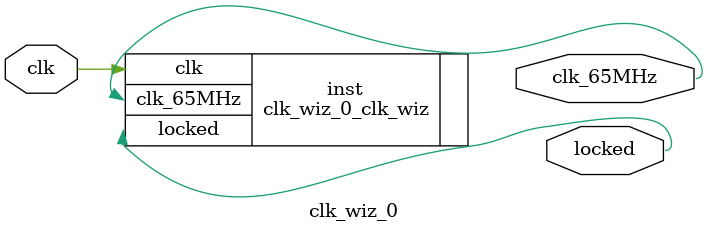
<source format=v>


`timescale 1ps/1ps

(* CORE_GENERATION_INFO = "clk_wiz_0,clk_wiz_v6_0_11_0_0,{component_name=clk_wiz_0,use_phase_alignment=true,use_min_o_jitter=false,use_max_i_jitter=false,use_dyn_phase_shift=false,use_inclk_switchover=false,use_dyn_reconfig=false,enable_axi=0,feedback_source=FDBK_AUTO,PRIMITIVE=MMCM,num_out_clk=1,clkin1_period=10.000,clkin2_period=10.000,use_power_down=false,use_reset=false,use_locked=true,use_inclk_stopped=false,feedback_type=SINGLE,CLOCK_MGR_TYPE=NA,manual_override=false}" *)

module clk_wiz_0 
 (
  // Clock out ports
  output        clk_65MHz,
  // Status and control signals
  output        locked,
 // Clock in ports
  input         clk
 );

  clk_wiz_0_clk_wiz inst
  (
  // Clock out ports  
  .clk_65MHz(clk_65MHz),
  // Status and control signals               
  .locked(locked),
 // Clock in ports
  .clk(clk)
  );

endmodule

</source>
